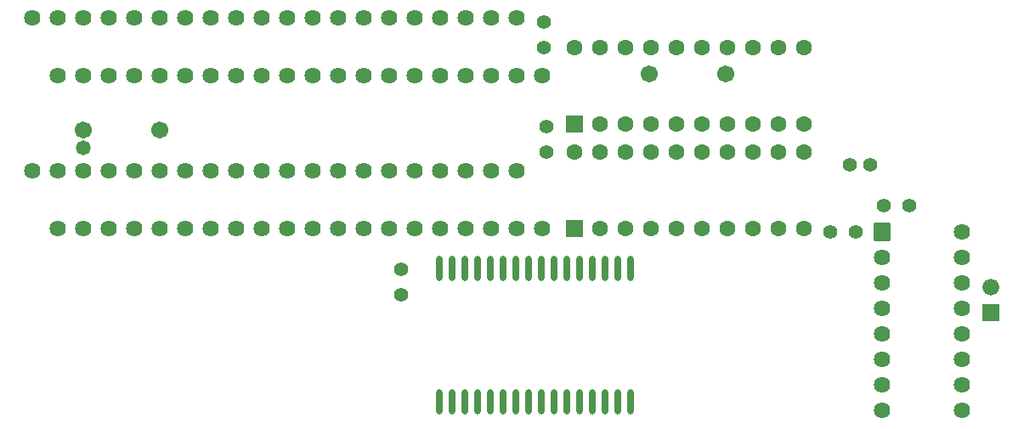
<source format=gts>
G04 Layer: TopSolderMaskLayer*
G04 EasyEDA v6.5.51, 2025-09-14 18:22:56*
G04 65470a2a99dd484cb8e495e3fbabed1f,d25947a9a65e436e8dba57a0ec84572b,10*
G04 Gerber Generator version 0.2*
G04 Scale: 100 percent, Rotated: No, Reflected: No *
G04 Dimensions in millimeters *
G04 leading zeros omitted , absolute positions ,4 integer and 5 decimal *
%FSLAX45Y45*%
%MOMM*%

%AMMACRO1*4,1,8,-0.8085,-0.8382,-0.8382,-0.8084,-0.8382,0.8085,-0.8085,0.8382,0.8084,0.8382,0.8382,0.8085,0.8382,-0.8084,0.8084,-0.8382,-0.8085,-0.8382,0*%
%AMMACRO2*4,1,8,-0.7831,-0.9008,-0.8128,-0.871,-0.8128,0.8711,-0.7831,0.9008,0.783,0.9008,0.8128,0.8711,0.8128,-0.871,0.783,-0.9008,-0.7831,-0.9008,0*%
%AMMACRO3*4,1,8,-0.8211,-0.8508,-0.8508,-0.821,-0.8508,0.8211,-0.8211,0.8508,0.821,0.8508,0.8508,0.8211,0.8508,-0.821,0.821,-0.8508,-0.8211,-0.8508,0*%
%ADD10C,1.6256*%
%ADD11C,1.7016*%
%ADD12MACRO1*%
%ADD13C,1.6764*%
%ADD14C,1.4016*%
%ADD15C,0.0142*%
%ADD16C,1.4732*%
%ADD17C,1.3970*%
%ADD18O,0.68961X2.49809*%
%ADD19MACRO2*%
%ADD20C,1.6016*%
%ADD21MACRO3*%

%LPD*%
D10*
G01*
X406400Y-2285997D03*
G01*
X660400Y-2285997D03*
G01*
X914400Y-2285997D03*
G01*
X1168400Y-2285997D03*
G01*
X1422400Y-2285997D03*
G01*
X2692400Y-2285997D03*
G01*
X2438400Y-2285997D03*
G01*
X2184400Y-2285997D03*
G01*
X1930400Y-2285997D03*
G01*
X1676400Y-2285997D03*
G01*
X3962400Y-2285997D03*
G01*
X3708400Y-2285997D03*
G01*
X3454400Y-2285997D03*
G01*
X3200400Y-2285997D03*
G01*
X2946400Y-2285997D03*
G01*
X5232400Y-2285997D03*
G01*
X4978400Y-2285997D03*
G01*
X4724400Y-2285997D03*
G01*
X4470400Y-2285997D03*
G01*
X4216400Y-2285997D03*
G01*
X406400Y-761997D03*
G01*
X660400Y-761997D03*
G01*
X914400Y-761997D03*
G01*
X1168400Y-761997D03*
G01*
X1422400Y-761997D03*
G01*
X2692400Y-761997D03*
G01*
X2438400Y-761997D03*
G01*
X2184400Y-761997D03*
G01*
X1930400Y-761997D03*
G01*
X1676400Y-761997D03*
G01*
X3962400Y-761997D03*
G01*
X3708400Y-761997D03*
G01*
X3454400Y-761997D03*
G01*
X3200400Y-761997D03*
G01*
X2946400Y-761997D03*
G01*
X5232400Y-761997D03*
G01*
X4978400Y-761997D03*
G01*
X4724400Y-761997D03*
G01*
X4470400Y-761997D03*
G01*
X4216400Y-761997D03*
D11*
G01*
X660400Y-1308097D03*
G01*
X1422400Y-1308097D03*
G01*
X6299200Y-749297D03*
G01*
X7061200Y-749297D03*
D12*
G01*
X9702800Y-3124200D03*
D13*
G01*
X9702800Y-2870197D03*
D14*
G01*
X8294700Y-1650997D03*
G01*
X8494699Y-1650997D03*
D16*
G01*
X660400Y-1485897D03*
D17*
G01*
X8102600Y-2324097D03*
G01*
X8356600Y-2324097D03*
D18*
G01*
X4203700Y-4017871D03*
G01*
X4330700Y-4017871D03*
G01*
X4457700Y-4017871D03*
G01*
X4584700Y-4017871D03*
G01*
X4711700Y-4017871D03*
G01*
X4838700Y-4017871D03*
G01*
X4965700Y-4017871D03*
G01*
X5092700Y-4017871D03*
G01*
X5219700Y-4017871D03*
G01*
X5346700Y-4017871D03*
G01*
X5473700Y-4017871D03*
G01*
X5600700Y-4017871D03*
G01*
X5727700Y-4017871D03*
G01*
X5854700Y-4017871D03*
G01*
X5981700Y-4017871D03*
G01*
X6108700Y-4017871D03*
G01*
X4203700Y-2687723D03*
G01*
X4330700Y-2687723D03*
G01*
X4457700Y-2687723D03*
G01*
X4584700Y-2687723D03*
G01*
X4711700Y-2687723D03*
G01*
X4838700Y-2687723D03*
G01*
X4965700Y-2687723D03*
G01*
X5092700Y-2687723D03*
G01*
X5219700Y-2687723D03*
G01*
X5346700Y-2687723D03*
G01*
X5473700Y-2687723D03*
G01*
X5600700Y-2687723D03*
G01*
X5727700Y-2687723D03*
G01*
X5854700Y-2687723D03*
G01*
X5981700Y-2687723D03*
G01*
X6108700Y-2687723D03*
D17*
G01*
X3822700Y-2946397D03*
G01*
X3822700Y-2692397D03*
G01*
X8636000Y-2057397D03*
G01*
X8890000Y-2057397D03*
D19*
G01*
X8619997Y-2324098D03*
D10*
G01*
X8619997Y-2578097D03*
G01*
X8619997Y-3848097D03*
G01*
X8619997Y-4102097D03*
G01*
X8619997Y-2832097D03*
G01*
X8619997Y-3086097D03*
G01*
X8619997Y-3594097D03*
G01*
X8619997Y-3340097D03*
G01*
X9414002Y-4102097D03*
G01*
X9414002Y-3848097D03*
G01*
X9414002Y-3594097D03*
G01*
X9414002Y-3340097D03*
G01*
X9414002Y-3086097D03*
G01*
X9414002Y-2832097D03*
G01*
X9414002Y-2578097D03*
G01*
X9414002Y-2324097D03*
G01*
X152400Y-1714497D03*
G01*
X406400Y-1714497D03*
G01*
X660400Y-1714497D03*
G01*
X914400Y-1714497D03*
G01*
X1168400Y-1714497D03*
G01*
X1422400Y-1714497D03*
G01*
X1676400Y-1714497D03*
G01*
X1930400Y-1714497D03*
G01*
X2184400Y-1714497D03*
G01*
X2438400Y-1714497D03*
G01*
X2692400Y-1714497D03*
G01*
X2946400Y-1714497D03*
G01*
X3200400Y-1714497D03*
G01*
X3454400Y-1714497D03*
G01*
X3708400Y-1714497D03*
G01*
X3962400Y-1714497D03*
G01*
X4216400Y-1714497D03*
G01*
X4470400Y-1714497D03*
G01*
X4724400Y-1714497D03*
G01*
X4978400Y-1714497D03*
G01*
X4978400Y-190497D03*
G01*
X4724400Y-190497D03*
G01*
X4470400Y-190497D03*
G01*
X4216400Y-190497D03*
G01*
X3962400Y-190497D03*
G01*
X3708400Y-190497D03*
G01*
X3454400Y-190497D03*
G01*
X3200400Y-190497D03*
G01*
X2946400Y-190497D03*
G01*
X2692400Y-190497D03*
G01*
X2438400Y-190497D03*
G01*
X2184400Y-190497D03*
G01*
X1930400Y-190497D03*
G01*
X1676400Y-190497D03*
G01*
X1422400Y-190497D03*
G01*
X1168400Y-190497D03*
G01*
X914400Y-190497D03*
G01*
X660400Y-190497D03*
G01*
X406400Y-190497D03*
G01*
X152400Y-190497D03*
D20*
G01*
X7330287Y-480692D03*
G01*
X7330287Y-1242692D03*
G01*
X7076287Y-480692D03*
G01*
X7076287Y-1242692D03*
G01*
X6822287Y-480692D03*
G01*
X6822287Y-1242692D03*
G01*
X6568287Y-480692D03*
G01*
X6568287Y-1242692D03*
G01*
X6314287Y-480692D03*
G01*
X6314287Y-1242692D03*
G01*
X6060287Y-480692D03*
G01*
X6060287Y-1242692D03*
G01*
X5806287Y-480692D03*
G01*
X5806287Y-1242692D03*
G01*
X5552287Y-480692D03*
D21*
G01*
X5552297Y-1242702D03*
D20*
G01*
X7584313Y-1242692D03*
G01*
X7584313Y-480692D03*
G01*
X7838313Y-1242692D03*
G01*
X7838313Y-480692D03*
G01*
X7330287Y-1525089D03*
G01*
X7330287Y-2287089D03*
G01*
X7076287Y-1525089D03*
G01*
X7076287Y-2287089D03*
G01*
X6822287Y-1525089D03*
G01*
X6822287Y-2287089D03*
G01*
X6568287Y-1525089D03*
G01*
X6568287Y-2287089D03*
G01*
X6314287Y-1525089D03*
G01*
X6314287Y-2287089D03*
G01*
X6060287Y-1525089D03*
G01*
X6060287Y-2287089D03*
G01*
X5806287Y-1525089D03*
G01*
X5806287Y-2287089D03*
G01*
X5552287Y-1525089D03*
D21*
G01*
X5552297Y-2287097D03*
D20*
G01*
X7584313Y-2287089D03*
G01*
X7584313Y-1525089D03*
G01*
X7838313Y-2287089D03*
G01*
X7838313Y-1525089D03*
D17*
G01*
X5270500Y-1269997D03*
G01*
X5270500Y-1523997D03*
G01*
X5245100Y-228597D03*
G01*
X5245100Y-482597D03*
M02*

</source>
